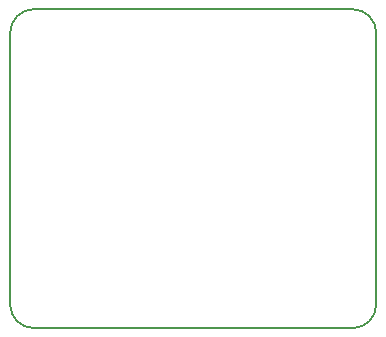
<source format=gko>
G04 #@! TF.FileFunction,Profile,NP*
%FSLAX46Y46*%
G04 Gerber Fmt 4.6, Leading zero omitted, Abs format (unit mm)*
G04 Created by KiCad (PCBNEW 4.0.7) date 07/04/19 18:58:04*
%MOMM*%
%LPD*%
G01*
G04 APERTURE LIST*
%ADD10C,0.100000*%
%ADD11C,0.150000*%
G04 APERTURE END LIST*
D10*
D11*
X128998000Y-49365000D02*
X155998000Y-49365000D01*
X128998000Y-76365000D02*
X155998000Y-76365000D01*
X126998000Y-51365000D02*
X126998000Y-74365000D01*
X157998000Y-74365000D02*
X157998000Y-51365000D01*
X128998000Y-49365000D02*
G75*
G03X126998000Y-51365000I0J-2000000D01*
G01*
X157998000Y-51365000D02*
G75*
G03X155998000Y-49365000I-2000000J0D01*
G01*
X155998000Y-76365000D02*
G75*
G03X157998000Y-74365000I0J2000000D01*
G01*
X126998000Y-74365000D02*
G75*
G03X128998000Y-76365000I2000000J0D01*
G01*
M02*

</source>
